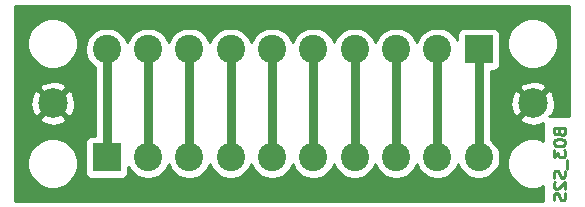
<source format=gbr>
G04 #@! TF.GenerationSoftware,KiCad,Pcbnew,5.1.5-52549c5~86~ubuntu18.04.1*
G04 #@! TF.CreationDate,2020-09-06T15:49:57-05:00*
G04 #@! TF.ProjectId,B03,4230332e-6b69-4636-9164-5f7063625858,rev?*
G04 #@! TF.SameCoordinates,Original*
G04 #@! TF.FileFunction,Copper,L2,Bot*
G04 #@! TF.FilePolarity,Positive*
%FSLAX46Y46*%
G04 Gerber Fmt 4.6, Leading zero omitted, Abs format (unit mm)*
G04 Created by KiCad (PCBNEW 5.1.5-52549c5~86~ubuntu18.04.1) date 2020-09-06 15:49:57*
%MOMM*%
%LPD*%
G04 APERTURE LIST*
%ADD10C,0.250000*%
%ADD11C,2.400000*%
%ADD12R,2.400000X2.400000*%
%ADD13C,2.499360*%
%ADD14C,0.750000*%
%ADD15C,0.254000*%
G04 APERTURE END LIST*
D10*
X66705171Y-31320123D02*
X66752790Y-31462980D01*
X66800409Y-31510600D01*
X66895647Y-31558219D01*
X67038504Y-31558219D01*
X67133742Y-31510600D01*
X67181361Y-31462980D01*
X67228980Y-31367742D01*
X67228980Y-30986790D01*
X66228980Y-30986790D01*
X66228980Y-31320123D01*
X66276600Y-31415361D01*
X66324219Y-31462980D01*
X66419457Y-31510600D01*
X66514695Y-31510600D01*
X66609933Y-31462980D01*
X66657552Y-31415361D01*
X66705171Y-31320123D01*
X66705171Y-30986790D01*
X66228980Y-32177266D02*
X66228980Y-32272504D01*
X66276600Y-32367742D01*
X66324219Y-32415361D01*
X66419457Y-32462980D01*
X66609933Y-32510600D01*
X66848028Y-32510600D01*
X67038504Y-32462980D01*
X67133742Y-32415361D01*
X67181361Y-32367742D01*
X67228980Y-32272504D01*
X67228980Y-32177266D01*
X67181361Y-32082028D01*
X67133742Y-32034409D01*
X67038504Y-31986790D01*
X66848028Y-31939171D01*
X66609933Y-31939171D01*
X66419457Y-31986790D01*
X66324219Y-32034409D01*
X66276600Y-32082028D01*
X66228980Y-32177266D01*
X66228980Y-32843933D02*
X66228980Y-33462980D01*
X66609933Y-33129647D01*
X66609933Y-33272504D01*
X66657552Y-33367742D01*
X66705171Y-33415361D01*
X66800409Y-33462980D01*
X67038504Y-33462980D01*
X67133742Y-33415361D01*
X67181361Y-33367742D01*
X67228980Y-33272504D01*
X67228980Y-32986790D01*
X67181361Y-32891552D01*
X67133742Y-32843933D01*
X67324219Y-33653457D02*
X67324219Y-34415361D01*
X67181361Y-34605838D02*
X67228980Y-34748695D01*
X67228980Y-34986790D01*
X67181361Y-35082028D01*
X67133742Y-35129647D01*
X67038504Y-35177266D01*
X66943266Y-35177266D01*
X66848028Y-35129647D01*
X66800409Y-35082028D01*
X66752790Y-34986790D01*
X66705171Y-34796314D01*
X66657552Y-34701076D01*
X66609933Y-34653457D01*
X66514695Y-34605838D01*
X66419457Y-34605838D01*
X66324219Y-34653457D01*
X66276600Y-34701076D01*
X66228980Y-34796314D01*
X66228980Y-35034409D01*
X66276600Y-35177266D01*
X66324219Y-35558219D02*
X66276600Y-35605838D01*
X66228980Y-35701076D01*
X66228980Y-35939171D01*
X66276600Y-36034409D01*
X66324219Y-36082028D01*
X66419457Y-36129647D01*
X66514695Y-36129647D01*
X66657552Y-36082028D01*
X67228980Y-35510600D01*
X67228980Y-36129647D01*
X67181361Y-36510600D02*
X67228980Y-36653457D01*
X67228980Y-36891552D01*
X67181361Y-36986790D01*
X67133742Y-37034409D01*
X67038504Y-37082028D01*
X66943266Y-37082028D01*
X66848028Y-37034409D01*
X66800409Y-36986790D01*
X66752790Y-36891552D01*
X66705171Y-36701076D01*
X66657552Y-36605838D01*
X66609933Y-36558219D01*
X66514695Y-36510600D01*
X66419457Y-36510600D01*
X66324219Y-36558219D01*
X66276600Y-36605838D01*
X66228980Y-36701076D01*
X66228980Y-36939171D01*
X66276600Y-37082028D01*
D11*
X28380000Y-24307800D03*
X31880000Y-24307800D03*
X35380000Y-24307800D03*
X38880000Y-24307800D03*
X42380000Y-24307800D03*
X45880000Y-24307800D03*
X49380000Y-24307800D03*
X52880000Y-24307800D03*
X56380000Y-24307800D03*
D12*
X59880000Y-24307800D03*
D11*
X59880000Y-33472200D03*
X56380000Y-33472200D03*
X52880000Y-33472200D03*
X49380000Y-33472200D03*
X45880000Y-33472200D03*
X42380000Y-33472200D03*
X38880000Y-33472200D03*
X35380000Y-33472200D03*
X31880000Y-33472200D03*
D12*
X28380000Y-33472200D03*
D13*
X64450000Y-28890000D03*
X23810000Y-28890000D03*
D14*
X59880000Y-24307800D02*
X59880000Y-33472200D01*
X56380000Y-26004856D02*
X56380000Y-33472200D01*
X56380000Y-24307800D02*
X56380000Y-26004856D01*
X52880000Y-24307800D02*
X52880000Y-33472200D01*
X49380000Y-24307800D02*
X49380000Y-33472200D01*
X45880000Y-24307800D02*
X45880000Y-33472200D01*
X42380000Y-24307800D02*
X42380000Y-33472200D01*
X38880000Y-24307800D02*
X38880000Y-33472200D01*
X35380000Y-24307800D02*
X35380000Y-33472200D01*
X31880000Y-24307800D02*
X31880000Y-33472200D01*
X28380000Y-24307800D02*
X28380000Y-33472200D01*
D15*
G36*
X67549554Y-29988695D02*
G01*
X65844170Y-29988695D01*
X66053315Y-29897896D01*
X66219139Y-29565738D01*
X66316975Y-29207613D01*
X66343065Y-28837281D01*
X66296405Y-28468975D01*
X66178789Y-28116849D01*
X66053315Y-27882104D01*
X65763377Y-27756229D01*
X64629605Y-28890000D01*
X64643748Y-28904142D01*
X64464142Y-29083748D01*
X64450000Y-29069605D01*
X63316229Y-30203377D01*
X63442104Y-30493315D01*
X63774262Y-30659139D01*
X64132387Y-30756975D01*
X64502719Y-30783065D01*
X64871025Y-30736405D01*
X65223151Y-30618789D01*
X65359100Y-30546123D01*
X65359100Y-32035655D01*
X65072756Y-31917047D01*
X64660279Y-31835000D01*
X64239721Y-31835000D01*
X63827244Y-31917047D01*
X63438698Y-32077988D01*
X63089017Y-32311637D01*
X62791637Y-32609017D01*
X62557988Y-32958698D01*
X62397047Y-33347244D01*
X62315000Y-33759721D01*
X62315000Y-34180279D01*
X62397047Y-34592756D01*
X62557988Y-34981302D01*
X62791637Y-35330983D01*
X63089017Y-35628363D01*
X63438698Y-35862012D01*
X63827244Y-36022953D01*
X64239721Y-36105000D01*
X64660279Y-36105000D01*
X65072756Y-36022953D01*
X65359100Y-35904345D01*
X65359100Y-37120000D01*
X20660000Y-37120000D01*
X20660000Y-33759721D01*
X21675000Y-33759721D01*
X21675000Y-34180279D01*
X21757047Y-34592756D01*
X21917988Y-34981302D01*
X22151637Y-35330983D01*
X22449017Y-35628363D01*
X22798698Y-35862012D01*
X23187244Y-36022953D01*
X23599721Y-36105000D01*
X24020279Y-36105000D01*
X24432756Y-36022953D01*
X24821302Y-35862012D01*
X25170983Y-35628363D01*
X25468363Y-35330983D01*
X25702012Y-34981302D01*
X25862953Y-34592756D01*
X25945000Y-34180279D01*
X25945000Y-33759721D01*
X25862953Y-33347244D01*
X25702012Y-32958698D01*
X25468363Y-32609017D01*
X25170983Y-32311637D01*
X25111962Y-32272200D01*
X26541928Y-32272200D01*
X26541928Y-34672200D01*
X26554188Y-34796682D01*
X26590498Y-34916380D01*
X26649463Y-35026694D01*
X26728815Y-35123385D01*
X26825506Y-35202737D01*
X26935820Y-35261702D01*
X27055518Y-35298012D01*
X27180000Y-35310272D01*
X29580000Y-35310272D01*
X29704482Y-35298012D01*
X29824180Y-35261702D01*
X29934494Y-35202737D01*
X30031185Y-35123385D01*
X30110537Y-35026694D01*
X30169502Y-34916380D01*
X30205812Y-34796682D01*
X30218072Y-34672200D01*
X30218072Y-34255038D01*
X30253844Y-34341399D01*
X30454662Y-34641944D01*
X30710256Y-34897538D01*
X31010801Y-35098356D01*
X31344750Y-35236682D01*
X31699268Y-35307200D01*
X32060732Y-35307200D01*
X32415250Y-35236682D01*
X32749199Y-35098356D01*
X33049744Y-34897538D01*
X33305338Y-34641944D01*
X33506156Y-34341399D01*
X33630000Y-34042413D01*
X33753844Y-34341399D01*
X33954662Y-34641944D01*
X34210256Y-34897538D01*
X34510801Y-35098356D01*
X34844750Y-35236682D01*
X35199268Y-35307200D01*
X35560732Y-35307200D01*
X35915250Y-35236682D01*
X36249199Y-35098356D01*
X36549744Y-34897538D01*
X36805338Y-34641944D01*
X37006156Y-34341399D01*
X37130000Y-34042413D01*
X37253844Y-34341399D01*
X37454662Y-34641944D01*
X37710256Y-34897538D01*
X38010801Y-35098356D01*
X38344750Y-35236682D01*
X38699268Y-35307200D01*
X39060732Y-35307200D01*
X39415250Y-35236682D01*
X39749199Y-35098356D01*
X40049744Y-34897538D01*
X40305338Y-34641944D01*
X40506156Y-34341399D01*
X40630000Y-34042413D01*
X40753844Y-34341399D01*
X40954662Y-34641944D01*
X41210256Y-34897538D01*
X41510801Y-35098356D01*
X41844750Y-35236682D01*
X42199268Y-35307200D01*
X42560732Y-35307200D01*
X42915250Y-35236682D01*
X43249199Y-35098356D01*
X43549744Y-34897538D01*
X43805338Y-34641944D01*
X44006156Y-34341399D01*
X44130000Y-34042413D01*
X44253844Y-34341399D01*
X44454662Y-34641944D01*
X44710256Y-34897538D01*
X45010801Y-35098356D01*
X45344750Y-35236682D01*
X45699268Y-35307200D01*
X46060732Y-35307200D01*
X46415250Y-35236682D01*
X46749199Y-35098356D01*
X47049744Y-34897538D01*
X47305338Y-34641944D01*
X47506156Y-34341399D01*
X47630000Y-34042413D01*
X47753844Y-34341399D01*
X47954662Y-34641944D01*
X48210256Y-34897538D01*
X48510801Y-35098356D01*
X48844750Y-35236682D01*
X49199268Y-35307200D01*
X49560732Y-35307200D01*
X49915250Y-35236682D01*
X50249199Y-35098356D01*
X50549744Y-34897538D01*
X50805338Y-34641944D01*
X51006156Y-34341399D01*
X51130000Y-34042413D01*
X51253844Y-34341399D01*
X51454662Y-34641944D01*
X51710256Y-34897538D01*
X52010801Y-35098356D01*
X52344750Y-35236682D01*
X52699268Y-35307200D01*
X53060732Y-35307200D01*
X53415250Y-35236682D01*
X53749199Y-35098356D01*
X54049744Y-34897538D01*
X54305338Y-34641944D01*
X54506156Y-34341399D01*
X54630000Y-34042413D01*
X54753844Y-34341399D01*
X54954662Y-34641944D01*
X55210256Y-34897538D01*
X55510801Y-35098356D01*
X55844750Y-35236682D01*
X56199268Y-35307200D01*
X56560732Y-35307200D01*
X56915250Y-35236682D01*
X57249199Y-35098356D01*
X57549744Y-34897538D01*
X57805338Y-34641944D01*
X58006156Y-34341399D01*
X58130000Y-34042413D01*
X58253844Y-34341399D01*
X58454662Y-34641944D01*
X58710256Y-34897538D01*
X59010801Y-35098356D01*
X59344750Y-35236682D01*
X59699268Y-35307200D01*
X60060732Y-35307200D01*
X60415250Y-35236682D01*
X60749199Y-35098356D01*
X61049744Y-34897538D01*
X61305338Y-34641944D01*
X61506156Y-34341399D01*
X61644482Y-34007450D01*
X61715000Y-33652932D01*
X61715000Y-33291468D01*
X61644482Y-32936950D01*
X61506156Y-32603001D01*
X61305338Y-32302456D01*
X61049744Y-32046862D01*
X60890000Y-31940124D01*
X60890000Y-28942719D01*
X62556935Y-28942719D01*
X62603595Y-29311025D01*
X62721211Y-29663151D01*
X62846685Y-29897896D01*
X63136623Y-30023771D01*
X64270395Y-28890000D01*
X63136623Y-27756229D01*
X62846685Y-27882104D01*
X62680861Y-28214262D01*
X62583025Y-28572387D01*
X62556935Y-28942719D01*
X60890000Y-28942719D01*
X60890000Y-27576623D01*
X63316229Y-27576623D01*
X64450000Y-28710395D01*
X65583771Y-27576623D01*
X65457896Y-27286685D01*
X65125738Y-27120861D01*
X64767613Y-27023025D01*
X64397281Y-26996935D01*
X64028975Y-27043595D01*
X63676849Y-27161211D01*
X63442104Y-27286685D01*
X63316229Y-27576623D01*
X60890000Y-27576623D01*
X60890000Y-26145872D01*
X61080000Y-26145872D01*
X61204482Y-26133612D01*
X61324180Y-26097302D01*
X61434494Y-26038337D01*
X61531185Y-25958985D01*
X61610537Y-25862294D01*
X61669502Y-25751980D01*
X61705812Y-25632282D01*
X61718072Y-25507800D01*
X61718072Y-23599721D01*
X62315000Y-23599721D01*
X62315000Y-24020279D01*
X62397047Y-24432756D01*
X62557988Y-24821302D01*
X62791637Y-25170983D01*
X63089017Y-25468363D01*
X63438698Y-25702012D01*
X63827244Y-25862953D01*
X64239721Y-25945000D01*
X64660279Y-25945000D01*
X65072756Y-25862953D01*
X65461302Y-25702012D01*
X65810983Y-25468363D01*
X66108363Y-25170983D01*
X66342012Y-24821302D01*
X66502953Y-24432756D01*
X66585000Y-24020279D01*
X66585000Y-23599721D01*
X66502953Y-23187244D01*
X66342012Y-22798698D01*
X66108363Y-22449017D01*
X65810983Y-22151637D01*
X65461302Y-21917988D01*
X65072756Y-21757047D01*
X64660279Y-21675000D01*
X64239721Y-21675000D01*
X63827244Y-21757047D01*
X63438698Y-21917988D01*
X63089017Y-22151637D01*
X62791637Y-22449017D01*
X62557988Y-22798698D01*
X62397047Y-23187244D01*
X62315000Y-23599721D01*
X61718072Y-23599721D01*
X61718072Y-23107800D01*
X61705812Y-22983318D01*
X61669502Y-22863620D01*
X61610537Y-22753306D01*
X61531185Y-22656615D01*
X61434494Y-22577263D01*
X61324180Y-22518298D01*
X61204482Y-22481988D01*
X61080000Y-22469728D01*
X58680000Y-22469728D01*
X58555518Y-22481988D01*
X58435820Y-22518298D01*
X58325506Y-22577263D01*
X58228815Y-22656615D01*
X58149463Y-22753306D01*
X58090498Y-22863620D01*
X58054188Y-22983318D01*
X58041928Y-23107800D01*
X58041928Y-23524962D01*
X58006156Y-23438601D01*
X57805338Y-23138056D01*
X57549744Y-22882462D01*
X57249199Y-22681644D01*
X56915250Y-22543318D01*
X56560732Y-22472800D01*
X56199268Y-22472800D01*
X55844750Y-22543318D01*
X55510801Y-22681644D01*
X55210256Y-22882462D01*
X54954662Y-23138056D01*
X54753844Y-23438601D01*
X54630000Y-23737587D01*
X54506156Y-23438601D01*
X54305338Y-23138056D01*
X54049744Y-22882462D01*
X53749199Y-22681644D01*
X53415250Y-22543318D01*
X53060732Y-22472800D01*
X52699268Y-22472800D01*
X52344750Y-22543318D01*
X52010801Y-22681644D01*
X51710256Y-22882462D01*
X51454662Y-23138056D01*
X51253844Y-23438601D01*
X51130000Y-23737587D01*
X51006156Y-23438601D01*
X50805338Y-23138056D01*
X50549744Y-22882462D01*
X50249199Y-22681644D01*
X49915250Y-22543318D01*
X49560732Y-22472800D01*
X49199268Y-22472800D01*
X48844750Y-22543318D01*
X48510801Y-22681644D01*
X48210256Y-22882462D01*
X47954662Y-23138056D01*
X47753844Y-23438601D01*
X47630000Y-23737587D01*
X47506156Y-23438601D01*
X47305338Y-23138056D01*
X47049744Y-22882462D01*
X46749199Y-22681644D01*
X46415250Y-22543318D01*
X46060732Y-22472800D01*
X45699268Y-22472800D01*
X45344750Y-22543318D01*
X45010801Y-22681644D01*
X44710256Y-22882462D01*
X44454662Y-23138056D01*
X44253844Y-23438601D01*
X44130000Y-23737587D01*
X44006156Y-23438601D01*
X43805338Y-23138056D01*
X43549744Y-22882462D01*
X43249199Y-22681644D01*
X42915250Y-22543318D01*
X42560732Y-22472800D01*
X42199268Y-22472800D01*
X41844750Y-22543318D01*
X41510801Y-22681644D01*
X41210256Y-22882462D01*
X40954662Y-23138056D01*
X40753844Y-23438601D01*
X40630000Y-23737587D01*
X40506156Y-23438601D01*
X40305338Y-23138056D01*
X40049744Y-22882462D01*
X39749199Y-22681644D01*
X39415250Y-22543318D01*
X39060732Y-22472800D01*
X38699268Y-22472800D01*
X38344750Y-22543318D01*
X38010801Y-22681644D01*
X37710256Y-22882462D01*
X37454662Y-23138056D01*
X37253844Y-23438601D01*
X37130000Y-23737587D01*
X37006156Y-23438601D01*
X36805338Y-23138056D01*
X36549744Y-22882462D01*
X36249199Y-22681644D01*
X35915250Y-22543318D01*
X35560732Y-22472800D01*
X35199268Y-22472800D01*
X34844750Y-22543318D01*
X34510801Y-22681644D01*
X34210256Y-22882462D01*
X33954662Y-23138056D01*
X33753844Y-23438601D01*
X33630000Y-23737587D01*
X33506156Y-23438601D01*
X33305338Y-23138056D01*
X33049744Y-22882462D01*
X32749199Y-22681644D01*
X32415250Y-22543318D01*
X32060732Y-22472800D01*
X31699268Y-22472800D01*
X31344750Y-22543318D01*
X31010801Y-22681644D01*
X30710256Y-22882462D01*
X30454662Y-23138056D01*
X30253844Y-23438601D01*
X30130000Y-23737587D01*
X30006156Y-23438601D01*
X29805338Y-23138056D01*
X29549744Y-22882462D01*
X29249199Y-22681644D01*
X28915250Y-22543318D01*
X28560732Y-22472800D01*
X28199268Y-22472800D01*
X27844750Y-22543318D01*
X27510801Y-22681644D01*
X27210256Y-22882462D01*
X26954662Y-23138056D01*
X26753844Y-23438601D01*
X26615518Y-23772550D01*
X26545000Y-24127068D01*
X26545000Y-24488532D01*
X26615518Y-24843050D01*
X26753844Y-25176999D01*
X26954662Y-25477544D01*
X27210256Y-25733138D01*
X27370000Y-25839876D01*
X27370001Y-31634128D01*
X27180000Y-31634128D01*
X27055518Y-31646388D01*
X26935820Y-31682698D01*
X26825506Y-31741663D01*
X26728815Y-31821015D01*
X26649463Y-31917706D01*
X26590498Y-32028020D01*
X26554188Y-32147718D01*
X26541928Y-32272200D01*
X25111962Y-32272200D01*
X24821302Y-32077988D01*
X24432756Y-31917047D01*
X24020279Y-31835000D01*
X23599721Y-31835000D01*
X23187244Y-31917047D01*
X22798698Y-32077988D01*
X22449017Y-32311637D01*
X22151637Y-32609017D01*
X21917988Y-32958698D01*
X21757047Y-33347244D01*
X21675000Y-33759721D01*
X20660000Y-33759721D01*
X20660000Y-30203377D01*
X22676229Y-30203377D01*
X22802104Y-30493315D01*
X23134262Y-30659139D01*
X23492387Y-30756975D01*
X23862719Y-30783065D01*
X24231025Y-30736405D01*
X24583151Y-30618789D01*
X24817896Y-30493315D01*
X24943771Y-30203377D01*
X23810000Y-29069605D01*
X22676229Y-30203377D01*
X20660000Y-30203377D01*
X20660000Y-28942719D01*
X21916935Y-28942719D01*
X21963595Y-29311025D01*
X22081211Y-29663151D01*
X22206685Y-29897896D01*
X22496623Y-30023771D01*
X23630395Y-28890000D01*
X23989605Y-28890000D01*
X25123377Y-30023771D01*
X25413315Y-29897896D01*
X25579139Y-29565738D01*
X25676975Y-29207613D01*
X25703065Y-28837281D01*
X25656405Y-28468975D01*
X25538789Y-28116849D01*
X25413315Y-27882104D01*
X25123377Y-27756229D01*
X23989605Y-28890000D01*
X23630395Y-28890000D01*
X22496623Y-27756229D01*
X22206685Y-27882104D01*
X22040861Y-28214262D01*
X21943025Y-28572387D01*
X21916935Y-28942719D01*
X20660000Y-28942719D01*
X20660000Y-27576623D01*
X22676229Y-27576623D01*
X23810000Y-28710395D01*
X24943771Y-27576623D01*
X24817896Y-27286685D01*
X24485738Y-27120861D01*
X24127613Y-27023025D01*
X23757281Y-26996935D01*
X23388975Y-27043595D01*
X23036849Y-27161211D01*
X22802104Y-27286685D01*
X22676229Y-27576623D01*
X20660000Y-27576623D01*
X20660000Y-23599721D01*
X21675000Y-23599721D01*
X21675000Y-24020279D01*
X21757047Y-24432756D01*
X21917988Y-24821302D01*
X22151637Y-25170983D01*
X22449017Y-25468363D01*
X22798698Y-25702012D01*
X23187244Y-25862953D01*
X23599721Y-25945000D01*
X24020279Y-25945000D01*
X24432756Y-25862953D01*
X24821302Y-25702012D01*
X25170983Y-25468363D01*
X25468363Y-25170983D01*
X25702012Y-24821302D01*
X25862953Y-24432756D01*
X25945000Y-24020279D01*
X25945000Y-23599721D01*
X25862953Y-23187244D01*
X25702012Y-22798698D01*
X25468363Y-22449017D01*
X25170983Y-22151637D01*
X24821302Y-21917988D01*
X24432756Y-21757047D01*
X24020279Y-21675000D01*
X23599721Y-21675000D01*
X23187244Y-21757047D01*
X22798698Y-21917988D01*
X22449017Y-22151637D01*
X22151637Y-22449017D01*
X21917988Y-22798698D01*
X21757047Y-23187244D01*
X21675000Y-23599721D01*
X20660000Y-23599721D01*
X20660000Y-20660000D01*
X67563603Y-20660000D01*
X67549554Y-29988695D01*
G37*
X67549554Y-29988695D02*
X65844170Y-29988695D01*
X66053315Y-29897896D01*
X66219139Y-29565738D01*
X66316975Y-29207613D01*
X66343065Y-28837281D01*
X66296405Y-28468975D01*
X66178789Y-28116849D01*
X66053315Y-27882104D01*
X65763377Y-27756229D01*
X64629605Y-28890000D01*
X64643748Y-28904142D01*
X64464142Y-29083748D01*
X64450000Y-29069605D01*
X63316229Y-30203377D01*
X63442104Y-30493315D01*
X63774262Y-30659139D01*
X64132387Y-30756975D01*
X64502719Y-30783065D01*
X64871025Y-30736405D01*
X65223151Y-30618789D01*
X65359100Y-30546123D01*
X65359100Y-32035655D01*
X65072756Y-31917047D01*
X64660279Y-31835000D01*
X64239721Y-31835000D01*
X63827244Y-31917047D01*
X63438698Y-32077988D01*
X63089017Y-32311637D01*
X62791637Y-32609017D01*
X62557988Y-32958698D01*
X62397047Y-33347244D01*
X62315000Y-33759721D01*
X62315000Y-34180279D01*
X62397047Y-34592756D01*
X62557988Y-34981302D01*
X62791637Y-35330983D01*
X63089017Y-35628363D01*
X63438698Y-35862012D01*
X63827244Y-36022953D01*
X64239721Y-36105000D01*
X64660279Y-36105000D01*
X65072756Y-36022953D01*
X65359100Y-35904345D01*
X65359100Y-37120000D01*
X20660000Y-37120000D01*
X20660000Y-33759721D01*
X21675000Y-33759721D01*
X21675000Y-34180279D01*
X21757047Y-34592756D01*
X21917988Y-34981302D01*
X22151637Y-35330983D01*
X22449017Y-35628363D01*
X22798698Y-35862012D01*
X23187244Y-36022953D01*
X23599721Y-36105000D01*
X24020279Y-36105000D01*
X24432756Y-36022953D01*
X24821302Y-35862012D01*
X25170983Y-35628363D01*
X25468363Y-35330983D01*
X25702012Y-34981302D01*
X25862953Y-34592756D01*
X25945000Y-34180279D01*
X25945000Y-33759721D01*
X25862953Y-33347244D01*
X25702012Y-32958698D01*
X25468363Y-32609017D01*
X25170983Y-32311637D01*
X25111962Y-32272200D01*
X26541928Y-32272200D01*
X26541928Y-34672200D01*
X26554188Y-34796682D01*
X26590498Y-34916380D01*
X26649463Y-35026694D01*
X26728815Y-35123385D01*
X26825506Y-35202737D01*
X26935820Y-35261702D01*
X27055518Y-35298012D01*
X27180000Y-35310272D01*
X29580000Y-35310272D01*
X29704482Y-35298012D01*
X29824180Y-35261702D01*
X29934494Y-35202737D01*
X30031185Y-35123385D01*
X30110537Y-35026694D01*
X30169502Y-34916380D01*
X30205812Y-34796682D01*
X30218072Y-34672200D01*
X30218072Y-34255038D01*
X30253844Y-34341399D01*
X30454662Y-34641944D01*
X30710256Y-34897538D01*
X31010801Y-35098356D01*
X31344750Y-35236682D01*
X31699268Y-35307200D01*
X32060732Y-35307200D01*
X32415250Y-35236682D01*
X32749199Y-35098356D01*
X33049744Y-34897538D01*
X33305338Y-34641944D01*
X33506156Y-34341399D01*
X33630000Y-34042413D01*
X33753844Y-34341399D01*
X33954662Y-34641944D01*
X34210256Y-34897538D01*
X34510801Y-35098356D01*
X34844750Y-35236682D01*
X35199268Y-35307200D01*
X35560732Y-35307200D01*
X35915250Y-35236682D01*
X36249199Y-35098356D01*
X36549744Y-34897538D01*
X36805338Y-34641944D01*
X37006156Y-34341399D01*
X37130000Y-34042413D01*
X37253844Y-34341399D01*
X37454662Y-34641944D01*
X37710256Y-34897538D01*
X38010801Y-35098356D01*
X38344750Y-35236682D01*
X38699268Y-35307200D01*
X39060732Y-35307200D01*
X39415250Y-35236682D01*
X39749199Y-35098356D01*
X40049744Y-34897538D01*
X40305338Y-34641944D01*
X40506156Y-34341399D01*
X40630000Y-34042413D01*
X40753844Y-34341399D01*
X40954662Y-34641944D01*
X41210256Y-34897538D01*
X41510801Y-35098356D01*
X41844750Y-35236682D01*
X42199268Y-35307200D01*
X42560732Y-35307200D01*
X42915250Y-35236682D01*
X43249199Y-35098356D01*
X43549744Y-34897538D01*
X43805338Y-34641944D01*
X44006156Y-34341399D01*
X44130000Y-34042413D01*
X44253844Y-34341399D01*
X44454662Y-34641944D01*
X44710256Y-34897538D01*
X45010801Y-35098356D01*
X45344750Y-35236682D01*
X45699268Y-35307200D01*
X46060732Y-35307200D01*
X46415250Y-35236682D01*
X46749199Y-35098356D01*
X47049744Y-34897538D01*
X47305338Y-34641944D01*
X47506156Y-34341399D01*
X47630000Y-34042413D01*
X47753844Y-34341399D01*
X47954662Y-34641944D01*
X48210256Y-34897538D01*
X48510801Y-35098356D01*
X48844750Y-35236682D01*
X49199268Y-35307200D01*
X49560732Y-35307200D01*
X49915250Y-35236682D01*
X50249199Y-35098356D01*
X50549744Y-34897538D01*
X50805338Y-34641944D01*
X51006156Y-34341399D01*
X51130000Y-34042413D01*
X51253844Y-34341399D01*
X51454662Y-34641944D01*
X51710256Y-34897538D01*
X52010801Y-35098356D01*
X52344750Y-35236682D01*
X52699268Y-35307200D01*
X53060732Y-35307200D01*
X53415250Y-35236682D01*
X53749199Y-35098356D01*
X54049744Y-34897538D01*
X54305338Y-34641944D01*
X54506156Y-34341399D01*
X54630000Y-34042413D01*
X54753844Y-34341399D01*
X54954662Y-34641944D01*
X55210256Y-34897538D01*
X55510801Y-35098356D01*
X55844750Y-35236682D01*
X56199268Y-35307200D01*
X56560732Y-35307200D01*
X56915250Y-35236682D01*
X57249199Y-35098356D01*
X57549744Y-34897538D01*
X57805338Y-34641944D01*
X58006156Y-34341399D01*
X58130000Y-34042413D01*
X58253844Y-34341399D01*
X58454662Y-34641944D01*
X58710256Y-34897538D01*
X59010801Y-35098356D01*
X59344750Y-35236682D01*
X59699268Y-35307200D01*
X60060732Y-35307200D01*
X60415250Y-35236682D01*
X60749199Y-35098356D01*
X61049744Y-34897538D01*
X61305338Y-34641944D01*
X61506156Y-34341399D01*
X61644482Y-34007450D01*
X61715000Y-33652932D01*
X61715000Y-33291468D01*
X61644482Y-32936950D01*
X61506156Y-32603001D01*
X61305338Y-32302456D01*
X61049744Y-32046862D01*
X60890000Y-31940124D01*
X60890000Y-28942719D01*
X62556935Y-28942719D01*
X62603595Y-29311025D01*
X62721211Y-29663151D01*
X62846685Y-29897896D01*
X63136623Y-30023771D01*
X64270395Y-28890000D01*
X63136623Y-27756229D01*
X62846685Y-27882104D01*
X62680861Y-28214262D01*
X62583025Y-28572387D01*
X62556935Y-28942719D01*
X60890000Y-28942719D01*
X60890000Y-27576623D01*
X63316229Y-27576623D01*
X64450000Y-28710395D01*
X65583771Y-27576623D01*
X65457896Y-27286685D01*
X65125738Y-27120861D01*
X64767613Y-27023025D01*
X64397281Y-26996935D01*
X64028975Y-27043595D01*
X63676849Y-27161211D01*
X63442104Y-27286685D01*
X63316229Y-27576623D01*
X60890000Y-27576623D01*
X60890000Y-26145872D01*
X61080000Y-26145872D01*
X61204482Y-26133612D01*
X61324180Y-26097302D01*
X61434494Y-26038337D01*
X61531185Y-25958985D01*
X61610537Y-25862294D01*
X61669502Y-25751980D01*
X61705812Y-25632282D01*
X61718072Y-25507800D01*
X61718072Y-23599721D01*
X62315000Y-23599721D01*
X62315000Y-24020279D01*
X62397047Y-24432756D01*
X62557988Y-24821302D01*
X62791637Y-25170983D01*
X63089017Y-25468363D01*
X63438698Y-25702012D01*
X63827244Y-25862953D01*
X64239721Y-25945000D01*
X64660279Y-25945000D01*
X65072756Y-25862953D01*
X65461302Y-25702012D01*
X65810983Y-25468363D01*
X66108363Y-25170983D01*
X66342012Y-24821302D01*
X66502953Y-24432756D01*
X66585000Y-24020279D01*
X66585000Y-23599721D01*
X66502953Y-23187244D01*
X66342012Y-22798698D01*
X66108363Y-22449017D01*
X65810983Y-22151637D01*
X65461302Y-21917988D01*
X65072756Y-21757047D01*
X64660279Y-21675000D01*
X64239721Y-21675000D01*
X63827244Y-21757047D01*
X63438698Y-21917988D01*
X63089017Y-22151637D01*
X62791637Y-22449017D01*
X62557988Y-22798698D01*
X62397047Y-23187244D01*
X62315000Y-23599721D01*
X61718072Y-23599721D01*
X61718072Y-23107800D01*
X61705812Y-22983318D01*
X61669502Y-22863620D01*
X61610537Y-22753306D01*
X61531185Y-22656615D01*
X61434494Y-22577263D01*
X61324180Y-22518298D01*
X61204482Y-22481988D01*
X61080000Y-22469728D01*
X58680000Y-22469728D01*
X58555518Y-22481988D01*
X58435820Y-22518298D01*
X58325506Y-22577263D01*
X58228815Y-22656615D01*
X58149463Y-22753306D01*
X58090498Y-22863620D01*
X58054188Y-22983318D01*
X58041928Y-23107800D01*
X58041928Y-23524962D01*
X58006156Y-23438601D01*
X57805338Y-23138056D01*
X57549744Y-22882462D01*
X57249199Y-22681644D01*
X56915250Y-22543318D01*
X56560732Y-22472800D01*
X56199268Y-22472800D01*
X55844750Y-22543318D01*
X55510801Y-22681644D01*
X55210256Y-22882462D01*
X54954662Y-23138056D01*
X54753844Y-23438601D01*
X54630000Y-23737587D01*
X54506156Y-23438601D01*
X54305338Y-23138056D01*
X54049744Y-22882462D01*
X53749199Y-22681644D01*
X53415250Y-22543318D01*
X53060732Y-22472800D01*
X52699268Y-22472800D01*
X52344750Y-22543318D01*
X52010801Y-22681644D01*
X51710256Y-22882462D01*
X51454662Y-23138056D01*
X51253844Y-23438601D01*
X51130000Y-23737587D01*
X51006156Y-23438601D01*
X50805338Y-23138056D01*
X50549744Y-22882462D01*
X50249199Y-22681644D01*
X49915250Y-22543318D01*
X49560732Y-22472800D01*
X49199268Y-22472800D01*
X48844750Y-22543318D01*
X48510801Y-22681644D01*
X48210256Y-22882462D01*
X47954662Y-23138056D01*
X47753844Y-23438601D01*
X47630000Y-23737587D01*
X47506156Y-23438601D01*
X47305338Y-23138056D01*
X47049744Y-22882462D01*
X46749199Y-22681644D01*
X46415250Y-22543318D01*
X46060732Y-22472800D01*
X45699268Y-22472800D01*
X45344750Y-22543318D01*
X45010801Y-22681644D01*
X44710256Y-22882462D01*
X44454662Y-23138056D01*
X44253844Y-23438601D01*
X44130000Y-23737587D01*
X44006156Y-23438601D01*
X43805338Y-23138056D01*
X43549744Y-22882462D01*
X43249199Y-22681644D01*
X42915250Y-22543318D01*
X42560732Y-22472800D01*
X42199268Y-22472800D01*
X41844750Y-22543318D01*
X41510801Y-22681644D01*
X41210256Y-22882462D01*
X40954662Y-23138056D01*
X40753844Y-23438601D01*
X40630000Y-23737587D01*
X40506156Y-23438601D01*
X40305338Y-23138056D01*
X40049744Y-22882462D01*
X39749199Y-22681644D01*
X39415250Y-22543318D01*
X39060732Y-22472800D01*
X38699268Y-22472800D01*
X38344750Y-22543318D01*
X38010801Y-22681644D01*
X37710256Y-22882462D01*
X37454662Y-23138056D01*
X37253844Y-23438601D01*
X37130000Y-23737587D01*
X37006156Y-23438601D01*
X36805338Y-23138056D01*
X36549744Y-22882462D01*
X36249199Y-22681644D01*
X35915250Y-22543318D01*
X35560732Y-22472800D01*
X35199268Y-22472800D01*
X34844750Y-22543318D01*
X34510801Y-22681644D01*
X34210256Y-22882462D01*
X33954662Y-23138056D01*
X33753844Y-23438601D01*
X33630000Y-23737587D01*
X33506156Y-23438601D01*
X33305338Y-23138056D01*
X33049744Y-22882462D01*
X32749199Y-22681644D01*
X32415250Y-22543318D01*
X32060732Y-22472800D01*
X31699268Y-22472800D01*
X31344750Y-22543318D01*
X31010801Y-22681644D01*
X30710256Y-22882462D01*
X30454662Y-23138056D01*
X30253844Y-23438601D01*
X30130000Y-23737587D01*
X30006156Y-23438601D01*
X29805338Y-23138056D01*
X29549744Y-22882462D01*
X29249199Y-22681644D01*
X28915250Y-22543318D01*
X28560732Y-22472800D01*
X28199268Y-22472800D01*
X27844750Y-22543318D01*
X27510801Y-22681644D01*
X27210256Y-22882462D01*
X26954662Y-23138056D01*
X26753844Y-23438601D01*
X26615518Y-23772550D01*
X26545000Y-24127068D01*
X26545000Y-24488532D01*
X26615518Y-24843050D01*
X26753844Y-25176999D01*
X26954662Y-25477544D01*
X27210256Y-25733138D01*
X27370000Y-25839876D01*
X27370001Y-31634128D01*
X27180000Y-31634128D01*
X27055518Y-31646388D01*
X26935820Y-31682698D01*
X26825506Y-31741663D01*
X26728815Y-31821015D01*
X26649463Y-31917706D01*
X26590498Y-32028020D01*
X26554188Y-32147718D01*
X26541928Y-32272200D01*
X25111962Y-32272200D01*
X24821302Y-32077988D01*
X24432756Y-31917047D01*
X24020279Y-31835000D01*
X23599721Y-31835000D01*
X23187244Y-31917047D01*
X22798698Y-32077988D01*
X22449017Y-32311637D01*
X22151637Y-32609017D01*
X21917988Y-32958698D01*
X21757047Y-33347244D01*
X21675000Y-33759721D01*
X20660000Y-33759721D01*
X20660000Y-30203377D01*
X22676229Y-30203377D01*
X22802104Y-30493315D01*
X23134262Y-30659139D01*
X23492387Y-30756975D01*
X23862719Y-30783065D01*
X24231025Y-30736405D01*
X24583151Y-30618789D01*
X24817896Y-30493315D01*
X24943771Y-30203377D01*
X23810000Y-29069605D01*
X22676229Y-30203377D01*
X20660000Y-30203377D01*
X20660000Y-28942719D01*
X21916935Y-28942719D01*
X21963595Y-29311025D01*
X22081211Y-29663151D01*
X22206685Y-29897896D01*
X22496623Y-30023771D01*
X23630395Y-28890000D01*
X23989605Y-28890000D01*
X25123377Y-30023771D01*
X25413315Y-29897896D01*
X25579139Y-29565738D01*
X25676975Y-29207613D01*
X25703065Y-28837281D01*
X25656405Y-28468975D01*
X25538789Y-28116849D01*
X25413315Y-27882104D01*
X25123377Y-27756229D01*
X23989605Y-28890000D01*
X23630395Y-28890000D01*
X22496623Y-27756229D01*
X22206685Y-27882104D01*
X22040861Y-28214262D01*
X21943025Y-28572387D01*
X21916935Y-28942719D01*
X20660000Y-28942719D01*
X20660000Y-27576623D01*
X22676229Y-27576623D01*
X23810000Y-28710395D01*
X24943771Y-27576623D01*
X24817896Y-27286685D01*
X24485738Y-27120861D01*
X24127613Y-27023025D01*
X23757281Y-26996935D01*
X23388975Y-27043595D01*
X23036849Y-27161211D01*
X22802104Y-27286685D01*
X22676229Y-27576623D01*
X20660000Y-27576623D01*
X20660000Y-23599721D01*
X21675000Y-23599721D01*
X21675000Y-24020279D01*
X21757047Y-24432756D01*
X21917988Y-24821302D01*
X22151637Y-25170983D01*
X22449017Y-25468363D01*
X22798698Y-25702012D01*
X23187244Y-25862953D01*
X23599721Y-25945000D01*
X24020279Y-25945000D01*
X24432756Y-25862953D01*
X24821302Y-25702012D01*
X25170983Y-25468363D01*
X25468363Y-25170983D01*
X25702012Y-24821302D01*
X25862953Y-24432756D01*
X25945000Y-24020279D01*
X25945000Y-23599721D01*
X25862953Y-23187244D01*
X25702012Y-22798698D01*
X25468363Y-22449017D01*
X25170983Y-22151637D01*
X24821302Y-21917988D01*
X24432756Y-21757047D01*
X24020279Y-21675000D01*
X23599721Y-21675000D01*
X23187244Y-21757047D01*
X22798698Y-21917988D01*
X22449017Y-22151637D01*
X22151637Y-22449017D01*
X21917988Y-22798698D01*
X21757047Y-23187244D01*
X21675000Y-23599721D01*
X20660000Y-23599721D01*
X20660000Y-20660000D01*
X67563603Y-20660000D01*
X67549554Y-29988695D01*
M02*

</source>
